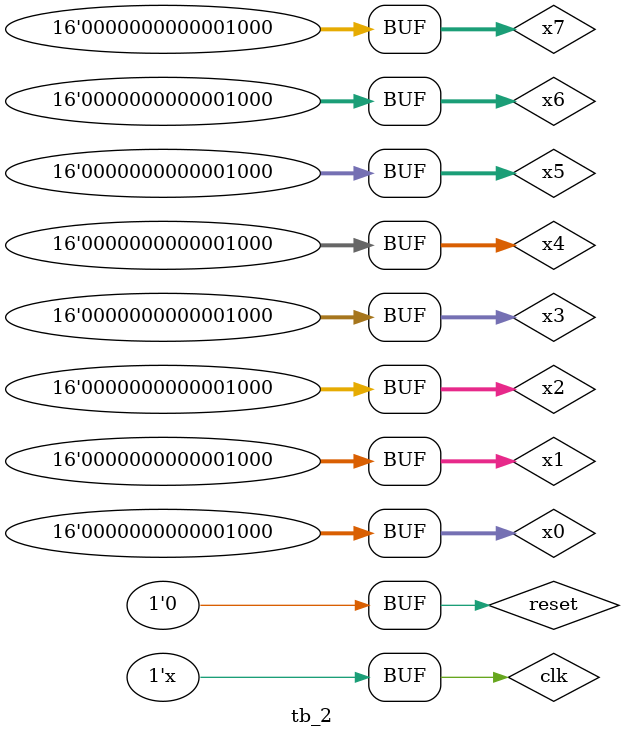
<source format=v>
`timescale 1ns / 1ps


module tb_2;


reg  clk, reset;
reg signed [15:0] x0,x1,x2,x3,x4,x5,x6,x7;
//reg [15:0] y0_re_1,y0_im_1,y1_re_1, y1_im_1, y2_re_1, y2_im_1, y3_re_1, y3_im_1, y4_re_1, y4_im_1, y5_re_1, y5_im_1, y6_re_1, y6_im_1, y7_re_1, y7_im_1;
wire signed [15:0] y0_re,y0_im,y1_re,y1_im, y2_re, y2_im, y3_re, y3_im, y4_re, y4_im, y5_re, y5_im, y6_re, y6_im, y7_re, y7_im;

top_ du(clk, reset,x0,x1,x2,x3,x4,x5,x6,x7, y0_re,y0_im,y1_re, y1_im, y2_re, y2_im, y3_re, y3_im, y4_re, y4_im, y5_re, y5_im, y6_re, y6_im, y7_re, y7_im);


initial
begin  
clk =0;   
reset =0;
x0 = 4'b1000;  

//x1 =16'h2108;
x1=4'b1000; 
//x1_im = 16'h1208;
//x2 = 16'h1012;
x2=4'b1000;
//x2_im = 16'h1201;
//x3 = 16'h1210;
x3=4'b1000;
//x3_im =16'h1210;

//x4 = 16'h3110;
x4=4'b1000;
//x4_im =16'h1210;

//x5= 16'h1210;
x5=4'b1000;
//x5_im= 16'h2101;
//x6 =16'h1210;
x6=4'b1000;

//x6_im = 16'h2101;

//x7 = 16'h1310;
x7=4'b1000;
//x7_im =16'h2110;

#5
reset =1;
#4
reset =0;
end

always #10 clk = ~clk;



 



endmodule

</source>
